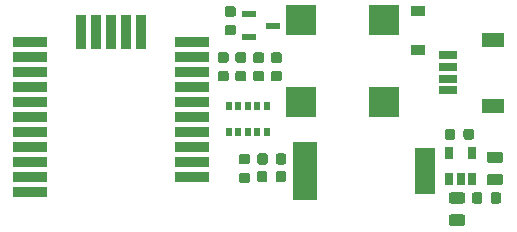
<source format=gbr>
G04 #@! TF.GenerationSoftware,KiCad,Pcbnew,(5.1.5)-3*
G04 #@! TF.CreationDate,2021-08-13T16:15:14-07:00*
G04 #@! TF.ProjectId,Xenigotchi-v1.5,58656e69-676f-4746-9368-692d76312e35,rev?*
G04 #@! TF.SameCoordinates,Original*
G04 #@! TF.FileFunction,Paste,Top*
G04 #@! TF.FilePolarity,Positive*
%FSLAX46Y46*%
G04 Gerber Fmt 4.6, Leading zero omitted, Abs format (unit mm)*
G04 Created by KiCad (PCBNEW (5.1.5)-3) date 2021-08-13 16:15:14*
%MOMM*%
%LPD*%
G04 APERTURE LIST*
%ADD10R,1.200000X0.900000*%
%ADD11R,0.650000X1.060000*%
%ADD12C,0.100000*%
%ADD13R,1.905000X1.295400*%
%ADD14R,1.549400X0.660400*%
%ADD15R,2.500000X2.500000*%
%ADD16R,1.300000X0.600000*%
%ADD17R,2.000000X5.000000*%
%ADD18R,1.700000X4.000000*%
%ADD19R,3.000000X0.900000*%
%ADD20R,0.900000X3.000000*%
%ADD21R,0.500000X0.800000*%
G04 APERTURE END LIST*
D10*
X181600000Y-97650000D03*
X181600000Y-100950000D03*
D11*
X184250000Y-109700000D03*
X186150000Y-109700000D03*
X186150000Y-111900000D03*
X185200000Y-111900000D03*
X184250000Y-111900000D03*
D12*
G36*
X186852691Y-113026053D02*
G01*
X186873926Y-113029203D01*
X186894750Y-113034419D01*
X186914962Y-113041651D01*
X186934368Y-113050830D01*
X186952781Y-113061866D01*
X186970024Y-113074654D01*
X186985930Y-113089070D01*
X187000346Y-113104976D01*
X187013134Y-113122219D01*
X187024170Y-113140632D01*
X187033349Y-113160038D01*
X187040581Y-113180250D01*
X187045797Y-113201074D01*
X187048947Y-113222309D01*
X187050000Y-113243750D01*
X187050000Y-113756250D01*
X187048947Y-113777691D01*
X187045797Y-113798926D01*
X187040581Y-113819750D01*
X187033349Y-113839962D01*
X187024170Y-113859368D01*
X187013134Y-113877781D01*
X187000346Y-113895024D01*
X186985930Y-113910930D01*
X186970024Y-113925346D01*
X186952781Y-113938134D01*
X186934368Y-113949170D01*
X186914962Y-113958349D01*
X186894750Y-113965581D01*
X186873926Y-113970797D01*
X186852691Y-113973947D01*
X186831250Y-113975000D01*
X186393750Y-113975000D01*
X186372309Y-113973947D01*
X186351074Y-113970797D01*
X186330250Y-113965581D01*
X186310038Y-113958349D01*
X186290632Y-113949170D01*
X186272219Y-113938134D01*
X186254976Y-113925346D01*
X186239070Y-113910930D01*
X186224654Y-113895024D01*
X186211866Y-113877781D01*
X186200830Y-113859368D01*
X186191651Y-113839962D01*
X186184419Y-113819750D01*
X186179203Y-113798926D01*
X186176053Y-113777691D01*
X186175000Y-113756250D01*
X186175000Y-113243750D01*
X186176053Y-113222309D01*
X186179203Y-113201074D01*
X186184419Y-113180250D01*
X186191651Y-113160038D01*
X186200830Y-113140632D01*
X186211866Y-113122219D01*
X186224654Y-113104976D01*
X186239070Y-113089070D01*
X186254976Y-113074654D01*
X186272219Y-113061866D01*
X186290632Y-113050830D01*
X186310038Y-113041651D01*
X186330250Y-113034419D01*
X186351074Y-113029203D01*
X186372309Y-113026053D01*
X186393750Y-113025000D01*
X186831250Y-113025000D01*
X186852691Y-113026053D01*
G37*
G36*
X188427691Y-113026053D02*
G01*
X188448926Y-113029203D01*
X188469750Y-113034419D01*
X188489962Y-113041651D01*
X188509368Y-113050830D01*
X188527781Y-113061866D01*
X188545024Y-113074654D01*
X188560930Y-113089070D01*
X188575346Y-113104976D01*
X188588134Y-113122219D01*
X188599170Y-113140632D01*
X188608349Y-113160038D01*
X188615581Y-113180250D01*
X188620797Y-113201074D01*
X188623947Y-113222309D01*
X188625000Y-113243750D01*
X188625000Y-113756250D01*
X188623947Y-113777691D01*
X188620797Y-113798926D01*
X188615581Y-113819750D01*
X188608349Y-113839962D01*
X188599170Y-113859368D01*
X188588134Y-113877781D01*
X188575346Y-113895024D01*
X188560930Y-113910930D01*
X188545024Y-113925346D01*
X188527781Y-113938134D01*
X188509368Y-113949170D01*
X188489962Y-113958349D01*
X188469750Y-113965581D01*
X188448926Y-113970797D01*
X188427691Y-113973947D01*
X188406250Y-113975000D01*
X187968750Y-113975000D01*
X187947309Y-113973947D01*
X187926074Y-113970797D01*
X187905250Y-113965581D01*
X187885038Y-113958349D01*
X187865632Y-113949170D01*
X187847219Y-113938134D01*
X187829976Y-113925346D01*
X187814070Y-113910930D01*
X187799654Y-113895024D01*
X187786866Y-113877781D01*
X187775830Y-113859368D01*
X187766651Y-113839962D01*
X187759419Y-113819750D01*
X187754203Y-113798926D01*
X187751053Y-113777691D01*
X187750000Y-113756250D01*
X187750000Y-113243750D01*
X187751053Y-113222309D01*
X187754203Y-113201074D01*
X187759419Y-113180250D01*
X187766651Y-113160038D01*
X187775830Y-113140632D01*
X187786866Y-113122219D01*
X187799654Y-113104976D01*
X187814070Y-113089070D01*
X187829976Y-113074654D01*
X187847219Y-113061866D01*
X187865632Y-113050830D01*
X187885038Y-113041651D01*
X187905250Y-113034419D01*
X187926074Y-113029203D01*
X187947309Y-113026053D01*
X187968750Y-113025000D01*
X188406250Y-113025000D01*
X188427691Y-113026053D01*
G37*
D13*
X187976501Y-105699999D03*
X187976501Y-100100001D03*
D14*
X184101500Y-101400000D03*
X184101500Y-102400001D03*
X184101500Y-103399999D03*
X184101500Y-104400000D03*
D15*
X178700000Y-98400000D03*
X178700000Y-105400000D03*
X171700000Y-105400000D03*
X171700000Y-98400000D03*
D16*
X169350000Y-98900000D03*
X167250000Y-97950000D03*
X167250000Y-99850000D03*
D12*
G36*
X168377691Y-101176053D02*
G01*
X168398926Y-101179203D01*
X168419750Y-101184419D01*
X168439962Y-101191651D01*
X168459368Y-101200830D01*
X168477781Y-101211866D01*
X168495024Y-101224654D01*
X168510930Y-101239070D01*
X168525346Y-101254976D01*
X168538134Y-101272219D01*
X168549170Y-101290632D01*
X168558349Y-101310038D01*
X168565581Y-101330250D01*
X168570797Y-101351074D01*
X168573947Y-101372309D01*
X168575000Y-101393750D01*
X168575000Y-101831250D01*
X168573947Y-101852691D01*
X168570797Y-101873926D01*
X168565581Y-101894750D01*
X168558349Y-101914962D01*
X168549170Y-101934368D01*
X168538134Y-101952781D01*
X168525346Y-101970024D01*
X168510930Y-101985930D01*
X168495024Y-102000346D01*
X168477781Y-102013134D01*
X168459368Y-102024170D01*
X168439962Y-102033349D01*
X168419750Y-102040581D01*
X168398926Y-102045797D01*
X168377691Y-102048947D01*
X168356250Y-102050000D01*
X167843750Y-102050000D01*
X167822309Y-102048947D01*
X167801074Y-102045797D01*
X167780250Y-102040581D01*
X167760038Y-102033349D01*
X167740632Y-102024170D01*
X167722219Y-102013134D01*
X167704976Y-102000346D01*
X167689070Y-101985930D01*
X167674654Y-101970024D01*
X167661866Y-101952781D01*
X167650830Y-101934368D01*
X167641651Y-101914962D01*
X167634419Y-101894750D01*
X167629203Y-101873926D01*
X167626053Y-101852691D01*
X167625000Y-101831250D01*
X167625000Y-101393750D01*
X167626053Y-101372309D01*
X167629203Y-101351074D01*
X167634419Y-101330250D01*
X167641651Y-101310038D01*
X167650830Y-101290632D01*
X167661866Y-101272219D01*
X167674654Y-101254976D01*
X167689070Y-101239070D01*
X167704976Y-101224654D01*
X167722219Y-101211866D01*
X167740632Y-101200830D01*
X167760038Y-101191651D01*
X167780250Y-101184419D01*
X167801074Y-101179203D01*
X167822309Y-101176053D01*
X167843750Y-101175000D01*
X168356250Y-101175000D01*
X168377691Y-101176053D01*
G37*
G36*
X168377691Y-102751053D02*
G01*
X168398926Y-102754203D01*
X168419750Y-102759419D01*
X168439962Y-102766651D01*
X168459368Y-102775830D01*
X168477781Y-102786866D01*
X168495024Y-102799654D01*
X168510930Y-102814070D01*
X168525346Y-102829976D01*
X168538134Y-102847219D01*
X168549170Y-102865632D01*
X168558349Y-102885038D01*
X168565581Y-102905250D01*
X168570797Y-102926074D01*
X168573947Y-102947309D01*
X168575000Y-102968750D01*
X168575000Y-103406250D01*
X168573947Y-103427691D01*
X168570797Y-103448926D01*
X168565581Y-103469750D01*
X168558349Y-103489962D01*
X168549170Y-103509368D01*
X168538134Y-103527781D01*
X168525346Y-103545024D01*
X168510930Y-103560930D01*
X168495024Y-103575346D01*
X168477781Y-103588134D01*
X168459368Y-103599170D01*
X168439962Y-103608349D01*
X168419750Y-103615581D01*
X168398926Y-103620797D01*
X168377691Y-103623947D01*
X168356250Y-103625000D01*
X167843750Y-103625000D01*
X167822309Y-103623947D01*
X167801074Y-103620797D01*
X167780250Y-103615581D01*
X167760038Y-103608349D01*
X167740632Y-103599170D01*
X167722219Y-103588134D01*
X167704976Y-103575346D01*
X167689070Y-103560930D01*
X167674654Y-103545024D01*
X167661866Y-103527781D01*
X167650830Y-103509368D01*
X167641651Y-103489962D01*
X167634419Y-103469750D01*
X167629203Y-103448926D01*
X167626053Y-103427691D01*
X167625000Y-103406250D01*
X167625000Y-102968750D01*
X167626053Y-102947309D01*
X167629203Y-102926074D01*
X167634419Y-102905250D01*
X167641651Y-102885038D01*
X167650830Y-102865632D01*
X167661866Y-102847219D01*
X167674654Y-102829976D01*
X167689070Y-102814070D01*
X167704976Y-102799654D01*
X167722219Y-102786866D01*
X167740632Y-102775830D01*
X167760038Y-102766651D01*
X167780250Y-102759419D01*
X167801074Y-102754203D01*
X167822309Y-102751053D01*
X167843750Y-102750000D01*
X168356250Y-102750000D01*
X168377691Y-102751053D01*
G37*
D17*
X172025000Y-111200000D03*
D18*
X182175000Y-111200000D03*
D19*
X148750000Y-113025000D03*
X148750000Y-111755000D03*
X148750000Y-110485000D03*
X148750000Y-109215000D03*
X148750000Y-107945000D03*
X148750000Y-106675000D03*
X148750000Y-105405000D03*
X148750000Y-104135000D03*
X148750000Y-102865000D03*
X148750000Y-101595000D03*
X148750000Y-100325000D03*
D20*
X158140000Y-99425000D03*
X156870000Y-99425000D03*
X153060000Y-99425000D03*
X154330000Y-99425000D03*
D19*
X162450000Y-111755000D03*
X162450000Y-110485000D03*
X162450000Y-109215000D03*
X162450000Y-107945000D03*
X162450000Y-106675000D03*
X162450000Y-105405000D03*
X162450000Y-104135000D03*
X162450000Y-102865000D03*
X162450000Y-101595000D03*
X162450000Y-100325000D03*
D20*
X155600000Y-99425000D03*
D21*
X168800000Y-105700000D03*
X168000000Y-105700000D03*
X167200000Y-105700000D03*
X166400000Y-105700000D03*
X165600000Y-105700000D03*
X165600000Y-107900000D03*
X166400000Y-107900000D03*
X167200000Y-107900000D03*
X168000000Y-107900000D03*
X168800000Y-107900000D03*
D12*
G36*
X166877691Y-102751053D02*
G01*
X166898926Y-102754203D01*
X166919750Y-102759419D01*
X166939962Y-102766651D01*
X166959368Y-102775830D01*
X166977781Y-102786866D01*
X166995024Y-102799654D01*
X167010930Y-102814070D01*
X167025346Y-102829976D01*
X167038134Y-102847219D01*
X167049170Y-102865632D01*
X167058349Y-102885038D01*
X167065581Y-102905250D01*
X167070797Y-102926074D01*
X167073947Y-102947309D01*
X167075000Y-102968750D01*
X167075000Y-103406250D01*
X167073947Y-103427691D01*
X167070797Y-103448926D01*
X167065581Y-103469750D01*
X167058349Y-103489962D01*
X167049170Y-103509368D01*
X167038134Y-103527781D01*
X167025346Y-103545024D01*
X167010930Y-103560930D01*
X166995024Y-103575346D01*
X166977781Y-103588134D01*
X166959368Y-103599170D01*
X166939962Y-103608349D01*
X166919750Y-103615581D01*
X166898926Y-103620797D01*
X166877691Y-103623947D01*
X166856250Y-103625000D01*
X166343750Y-103625000D01*
X166322309Y-103623947D01*
X166301074Y-103620797D01*
X166280250Y-103615581D01*
X166260038Y-103608349D01*
X166240632Y-103599170D01*
X166222219Y-103588134D01*
X166204976Y-103575346D01*
X166189070Y-103560930D01*
X166174654Y-103545024D01*
X166161866Y-103527781D01*
X166150830Y-103509368D01*
X166141651Y-103489962D01*
X166134419Y-103469750D01*
X166129203Y-103448926D01*
X166126053Y-103427691D01*
X166125000Y-103406250D01*
X166125000Y-102968750D01*
X166126053Y-102947309D01*
X166129203Y-102926074D01*
X166134419Y-102905250D01*
X166141651Y-102885038D01*
X166150830Y-102865632D01*
X166161866Y-102847219D01*
X166174654Y-102829976D01*
X166189070Y-102814070D01*
X166204976Y-102799654D01*
X166222219Y-102786866D01*
X166240632Y-102775830D01*
X166260038Y-102766651D01*
X166280250Y-102759419D01*
X166301074Y-102754203D01*
X166322309Y-102751053D01*
X166343750Y-102750000D01*
X166856250Y-102750000D01*
X166877691Y-102751053D01*
G37*
G36*
X166877691Y-101176053D02*
G01*
X166898926Y-101179203D01*
X166919750Y-101184419D01*
X166939962Y-101191651D01*
X166959368Y-101200830D01*
X166977781Y-101211866D01*
X166995024Y-101224654D01*
X167010930Y-101239070D01*
X167025346Y-101254976D01*
X167038134Y-101272219D01*
X167049170Y-101290632D01*
X167058349Y-101310038D01*
X167065581Y-101330250D01*
X167070797Y-101351074D01*
X167073947Y-101372309D01*
X167075000Y-101393750D01*
X167075000Y-101831250D01*
X167073947Y-101852691D01*
X167070797Y-101873926D01*
X167065581Y-101894750D01*
X167058349Y-101914962D01*
X167049170Y-101934368D01*
X167038134Y-101952781D01*
X167025346Y-101970024D01*
X167010930Y-101985930D01*
X166995024Y-102000346D01*
X166977781Y-102013134D01*
X166959368Y-102024170D01*
X166939962Y-102033349D01*
X166919750Y-102040581D01*
X166898926Y-102045797D01*
X166877691Y-102048947D01*
X166856250Y-102050000D01*
X166343750Y-102050000D01*
X166322309Y-102048947D01*
X166301074Y-102045797D01*
X166280250Y-102040581D01*
X166260038Y-102033349D01*
X166240632Y-102024170D01*
X166222219Y-102013134D01*
X166204976Y-102000346D01*
X166189070Y-101985930D01*
X166174654Y-101970024D01*
X166161866Y-101952781D01*
X166150830Y-101934368D01*
X166141651Y-101914962D01*
X166134419Y-101894750D01*
X166129203Y-101873926D01*
X166126053Y-101852691D01*
X166125000Y-101831250D01*
X166125000Y-101393750D01*
X166126053Y-101372309D01*
X166129203Y-101351074D01*
X166134419Y-101330250D01*
X166141651Y-101310038D01*
X166150830Y-101290632D01*
X166161866Y-101272219D01*
X166174654Y-101254976D01*
X166189070Y-101239070D01*
X166204976Y-101224654D01*
X166222219Y-101211866D01*
X166240632Y-101200830D01*
X166260038Y-101191651D01*
X166280250Y-101184419D01*
X166301074Y-101179203D01*
X166322309Y-101176053D01*
X166343750Y-101175000D01*
X166856250Y-101175000D01*
X166877691Y-101176053D01*
G37*
G36*
X185380142Y-114888674D02*
G01*
X185403803Y-114892184D01*
X185427007Y-114897996D01*
X185449529Y-114906054D01*
X185471153Y-114916282D01*
X185491670Y-114928579D01*
X185510883Y-114942829D01*
X185528607Y-114958893D01*
X185544671Y-114976617D01*
X185558921Y-114995830D01*
X185571218Y-115016347D01*
X185581446Y-115037971D01*
X185589504Y-115060493D01*
X185595316Y-115083697D01*
X185598826Y-115107358D01*
X185600000Y-115131250D01*
X185600000Y-115618750D01*
X185598826Y-115642642D01*
X185595316Y-115666303D01*
X185589504Y-115689507D01*
X185581446Y-115712029D01*
X185571218Y-115733653D01*
X185558921Y-115754170D01*
X185544671Y-115773383D01*
X185528607Y-115791107D01*
X185510883Y-115807171D01*
X185491670Y-115821421D01*
X185471153Y-115833718D01*
X185449529Y-115843946D01*
X185427007Y-115852004D01*
X185403803Y-115857816D01*
X185380142Y-115861326D01*
X185356250Y-115862500D01*
X184443750Y-115862500D01*
X184419858Y-115861326D01*
X184396197Y-115857816D01*
X184372993Y-115852004D01*
X184350471Y-115843946D01*
X184328847Y-115833718D01*
X184308330Y-115821421D01*
X184289117Y-115807171D01*
X184271393Y-115791107D01*
X184255329Y-115773383D01*
X184241079Y-115754170D01*
X184228782Y-115733653D01*
X184218554Y-115712029D01*
X184210496Y-115689507D01*
X184204684Y-115666303D01*
X184201174Y-115642642D01*
X184200000Y-115618750D01*
X184200000Y-115131250D01*
X184201174Y-115107358D01*
X184204684Y-115083697D01*
X184210496Y-115060493D01*
X184218554Y-115037971D01*
X184228782Y-115016347D01*
X184241079Y-114995830D01*
X184255329Y-114976617D01*
X184271393Y-114958893D01*
X184289117Y-114942829D01*
X184308330Y-114928579D01*
X184328847Y-114916282D01*
X184350471Y-114906054D01*
X184372993Y-114897996D01*
X184396197Y-114892184D01*
X184419858Y-114888674D01*
X184443750Y-114887500D01*
X185356250Y-114887500D01*
X185380142Y-114888674D01*
G37*
G36*
X185380142Y-113013674D02*
G01*
X185403803Y-113017184D01*
X185427007Y-113022996D01*
X185449529Y-113031054D01*
X185471153Y-113041282D01*
X185491670Y-113053579D01*
X185510883Y-113067829D01*
X185528607Y-113083893D01*
X185544671Y-113101617D01*
X185558921Y-113120830D01*
X185571218Y-113141347D01*
X185581446Y-113162971D01*
X185589504Y-113185493D01*
X185595316Y-113208697D01*
X185598826Y-113232358D01*
X185600000Y-113256250D01*
X185600000Y-113743750D01*
X185598826Y-113767642D01*
X185595316Y-113791303D01*
X185589504Y-113814507D01*
X185581446Y-113837029D01*
X185571218Y-113858653D01*
X185558921Y-113879170D01*
X185544671Y-113898383D01*
X185528607Y-113916107D01*
X185510883Y-113932171D01*
X185491670Y-113946421D01*
X185471153Y-113958718D01*
X185449529Y-113968946D01*
X185427007Y-113977004D01*
X185403803Y-113982816D01*
X185380142Y-113986326D01*
X185356250Y-113987500D01*
X184443750Y-113987500D01*
X184419858Y-113986326D01*
X184396197Y-113982816D01*
X184372993Y-113977004D01*
X184350471Y-113968946D01*
X184328847Y-113958718D01*
X184308330Y-113946421D01*
X184289117Y-113932171D01*
X184271393Y-113916107D01*
X184255329Y-113898383D01*
X184241079Y-113879170D01*
X184228782Y-113858653D01*
X184218554Y-113837029D01*
X184210496Y-113814507D01*
X184204684Y-113791303D01*
X184201174Y-113767642D01*
X184200000Y-113743750D01*
X184200000Y-113256250D01*
X184201174Y-113232358D01*
X184204684Y-113208697D01*
X184210496Y-113185493D01*
X184218554Y-113162971D01*
X184228782Y-113141347D01*
X184241079Y-113120830D01*
X184255329Y-113101617D01*
X184271393Y-113083893D01*
X184289117Y-113067829D01*
X184308330Y-113053579D01*
X184328847Y-113041282D01*
X184350471Y-113031054D01*
X184372993Y-113022996D01*
X184396197Y-113017184D01*
X184419858Y-113013674D01*
X184443750Y-113012500D01*
X185356250Y-113012500D01*
X185380142Y-113013674D01*
G37*
G36*
X188580142Y-109576174D02*
G01*
X188603803Y-109579684D01*
X188627007Y-109585496D01*
X188649529Y-109593554D01*
X188671153Y-109603782D01*
X188691670Y-109616079D01*
X188710883Y-109630329D01*
X188728607Y-109646393D01*
X188744671Y-109664117D01*
X188758921Y-109683330D01*
X188771218Y-109703847D01*
X188781446Y-109725471D01*
X188789504Y-109747993D01*
X188795316Y-109771197D01*
X188798826Y-109794858D01*
X188800000Y-109818750D01*
X188800000Y-110306250D01*
X188798826Y-110330142D01*
X188795316Y-110353803D01*
X188789504Y-110377007D01*
X188781446Y-110399529D01*
X188771218Y-110421153D01*
X188758921Y-110441670D01*
X188744671Y-110460883D01*
X188728607Y-110478607D01*
X188710883Y-110494671D01*
X188691670Y-110508921D01*
X188671153Y-110521218D01*
X188649529Y-110531446D01*
X188627007Y-110539504D01*
X188603803Y-110545316D01*
X188580142Y-110548826D01*
X188556250Y-110550000D01*
X187643750Y-110550000D01*
X187619858Y-110548826D01*
X187596197Y-110545316D01*
X187572993Y-110539504D01*
X187550471Y-110531446D01*
X187528847Y-110521218D01*
X187508330Y-110508921D01*
X187489117Y-110494671D01*
X187471393Y-110478607D01*
X187455329Y-110460883D01*
X187441079Y-110441670D01*
X187428782Y-110421153D01*
X187418554Y-110399529D01*
X187410496Y-110377007D01*
X187404684Y-110353803D01*
X187401174Y-110330142D01*
X187400000Y-110306250D01*
X187400000Y-109818750D01*
X187401174Y-109794858D01*
X187404684Y-109771197D01*
X187410496Y-109747993D01*
X187418554Y-109725471D01*
X187428782Y-109703847D01*
X187441079Y-109683330D01*
X187455329Y-109664117D01*
X187471393Y-109646393D01*
X187489117Y-109630329D01*
X187508330Y-109616079D01*
X187528847Y-109603782D01*
X187550471Y-109593554D01*
X187572993Y-109585496D01*
X187596197Y-109579684D01*
X187619858Y-109576174D01*
X187643750Y-109575000D01*
X188556250Y-109575000D01*
X188580142Y-109576174D01*
G37*
G36*
X188580142Y-111451174D02*
G01*
X188603803Y-111454684D01*
X188627007Y-111460496D01*
X188649529Y-111468554D01*
X188671153Y-111478782D01*
X188691670Y-111491079D01*
X188710883Y-111505329D01*
X188728607Y-111521393D01*
X188744671Y-111539117D01*
X188758921Y-111558330D01*
X188771218Y-111578847D01*
X188781446Y-111600471D01*
X188789504Y-111622993D01*
X188795316Y-111646197D01*
X188798826Y-111669858D01*
X188800000Y-111693750D01*
X188800000Y-112181250D01*
X188798826Y-112205142D01*
X188795316Y-112228803D01*
X188789504Y-112252007D01*
X188781446Y-112274529D01*
X188771218Y-112296153D01*
X188758921Y-112316670D01*
X188744671Y-112335883D01*
X188728607Y-112353607D01*
X188710883Y-112369671D01*
X188691670Y-112383921D01*
X188671153Y-112396218D01*
X188649529Y-112406446D01*
X188627007Y-112414504D01*
X188603803Y-112420316D01*
X188580142Y-112423826D01*
X188556250Y-112425000D01*
X187643750Y-112425000D01*
X187619858Y-112423826D01*
X187596197Y-112420316D01*
X187572993Y-112414504D01*
X187550471Y-112406446D01*
X187528847Y-112396218D01*
X187508330Y-112383921D01*
X187489117Y-112369671D01*
X187471393Y-112353607D01*
X187455329Y-112335883D01*
X187441079Y-112316670D01*
X187428782Y-112296153D01*
X187418554Y-112274529D01*
X187410496Y-112252007D01*
X187404684Y-112228803D01*
X187401174Y-112205142D01*
X187400000Y-112181250D01*
X187400000Y-111693750D01*
X187401174Y-111669858D01*
X187404684Y-111646197D01*
X187410496Y-111622993D01*
X187418554Y-111600471D01*
X187428782Y-111578847D01*
X187441079Y-111558330D01*
X187455329Y-111539117D01*
X187471393Y-111521393D01*
X187489117Y-111505329D01*
X187508330Y-111491079D01*
X187528847Y-111478782D01*
X187550471Y-111468554D01*
X187572993Y-111460496D01*
X187596197Y-111454684D01*
X187619858Y-111451174D01*
X187643750Y-111450000D01*
X188556250Y-111450000D01*
X188580142Y-111451174D01*
G37*
G36*
X170240191Y-109726053D02*
G01*
X170261426Y-109729203D01*
X170282250Y-109734419D01*
X170302462Y-109741651D01*
X170321868Y-109750830D01*
X170340281Y-109761866D01*
X170357524Y-109774654D01*
X170373430Y-109789070D01*
X170387846Y-109804976D01*
X170400634Y-109822219D01*
X170411670Y-109840632D01*
X170420849Y-109860038D01*
X170428081Y-109880250D01*
X170433297Y-109901074D01*
X170436447Y-109922309D01*
X170437500Y-109943750D01*
X170437500Y-110456250D01*
X170436447Y-110477691D01*
X170433297Y-110498926D01*
X170428081Y-110519750D01*
X170420849Y-110539962D01*
X170411670Y-110559368D01*
X170400634Y-110577781D01*
X170387846Y-110595024D01*
X170373430Y-110610930D01*
X170357524Y-110625346D01*
X170340281Y-110638134D01*
X170321868Y-110649170D01*
X170302462Y-110658349D01*
X170282250Y-110665581D01*
X170261426Y-110670797D01*
X170240191Y-110673947D01*
X170218750Y-110675000D01*
X169781250Y-110675000D01*
X169759809Y-110673947D01*
X169738574Y-110670797D01*
X169717750Y-110665581D01*
X169697538Y-110658349D01*
X169678132Y-110649170D01*
X169659719Y-110638134D01*
X169642476Y-110625346D01*
X169626570Y-110610930D01*
X169612154Y-110595024D01*
X169599366Y-110577781D01*
X169588330Y-110559368D01*
X169579151Y-110539962D01*
X169571919Y-110519750D01*
X169566703Y-110498926D01*
X169563553Y-110477691D01*
X169562500Y-110456250D01*
X169562500Y-109943750D01*
X169563553Y-109922309D01*
X169566703Y-109901074D01*
X169571919Y-109880250D01*
X169579151Y-109860038D01*
X169588330Y-109840632D01*
X169599366Y-109822219D01*
X169612154Y-109804976D01*
X169626570Y-109789070D01*
X169642476Y-109774654D01*
X169659719Y-109761866D01*
X169678132Y-109750830D01*
X169697538Y-109741651D01*
X169717750Y-109734419D01*
X169738574Y-109729203D01*
X169759809Y-109726053D01*
X169781250Y-109725000D01*
X170218750Y-109725000D01*
X170240191Y-109726053D01*
G37*
G36*
X168665191Y-109726053D02*
G01*
X168686426Y-109729203D01*
X168707250Y-109734419D01*
X168727462Y-109741651D01*
X168746868Y-109750830D01*
X168765281Y-109761866D01*
X168782524Y-109774654D01*
X168798430Y-109789070D01*
X168812846Y-109804976D01*
X168825634Y-109822219D01*
X168836670Y-109840632D01*
X168845849Y-109860038D01*
X168853081Y-109880250D01*
X168858297Y-109901074D01*
X168861447Y-109922309D01*
X168862500Y-109943750D01*
X168862500Y-110456250D01*
X168861447Y-110477691D01*
X168858297Y-110498926D01*
X168853081Y-110519750D01*
X168845849Y-110539962D01*
X168836670Y-110559368D01*
X168825634Y-110577781D01*
X168812846Y-110595024D01*
X168798430Y-110610930D01*
X168782524Y-110625346D01*
X168765281Y-110638134D01*
X168746868Y-110649170D01*
X168727462Y-110658349D01*
X168707250Y-110665581D01*
X168686426Y-110670797D01*
X168665191Y-110673947D01*
X168643750Y-110675000D01*
X168206250Y-110675000D01*
X168184809Y-110673947D01*
X168163574Y-110670797D01*
X168142750Y-110665581D01*
X168122538Y-110658349D01*
X168103132Y-110649170D01*
X168084719Y-110638134D01*
X168067476Y-110625346D01*
X168051570Y-110610930D01*
X168037154Y-110595024D01*
X168024366Y-110577781D01*
X168013330Y-110559368D01*
X168004151Y-110539962D01*
X167996919Y-110519750D01*
X167991703Y-110498926D01*
X167988553Y-110477691D01*
X167987500Y-110456250D01*
X167987500Y-109943750D01*
X167988553Y-109922309D01*
X167991703Y-109901074D01*
X167996919Y-109880250D01*
X168004151Y-109860038D01*
X168013330Y-109840632D01*
X168024366Y-109822219D01*
X168037154Y-109804976D01*
X168051570Y-109789070D01*
X168067476Y-109774654D01*
X168084719Y-109761866D01*
X168103132Y-109750830D01*
X168122538Y-109741651D01*
X168142750Y-109734419D01*
X168163574Y-109729203D01*
X168184809Y-109726053D01*
X168206250Y-109725000D01*
X168643750Y-109725000D01*
X168665191Y-109726053D01*
G37*
G36*
X165977691Y-98851053D02*
G01*
X165998926Y-98854203D01*
X166019750Y-98859419D01*
X166039962Y-98866651D01*
X166059368Y-98875830D01*
X166077781Y-98886866D01*
X166095024Y-98899654D01*
X166110930Y-98914070D01*
X166125346Y-98929976D01*
X166138134Y-98947219D01*
X166149170Y-98965632D01*
X166158349Y-98985038D01*
X166165581Y-99005250D01*
X166170797Y-99026074D01*
X166173947Y-99047309D01*
X166175000Y-99068750D01*
X166175000Y-99506250D01*
X166173947Y-99527691D01*
X166170797Y-99548926D01*
X166165581Y-99569750D01*
X166158349Y-99589962D01*
X166149170Y-99609368D01*
X166138134Y-99627781D01*
X166125346Y-99645024D01*
X166110930Y-99660930D01*
X166095024Y-99675346D01*
X166077781Y-99688134D01*
X166059368Y-99699170D01*
X166039962Y-99708349D01*
X166019750Y-99715581D01*
X165998926Y-99720797D01*
X165977691Y-99723947D01*
X165956250Y-99725000D01*
X165443750Y-99725000D01*
X165422309Y-99723947D01*
X165401074Y-99720797D01*
X165380250Y-99715581D01*
X165360038Y-99708349D01*
X165340632Y-99699170D01*
X165322219Y-99688134D01*
X165304976Y-99675346D01*
X165289070Y-99660930D01*
X165274654Y-99645024D01*
X165261866Y-99627781D01*
X165250830Y-99609368D01*
X165241651Y-99589962D01*
X165234419Y-99569750D01*
X165229203Y-99548926D01*
X165226053Y-99527691D01*
X165225000Y-99506250D01*
X165225000Y-99068750D01*
X165226053Y-99047309D01*
X165229203Y-99026074D01*
X165234419Y-99005250D01*
X165241651Y-98985038D01*
X165250830Y-98965632D01*
X165261866Y-98947219D01*
X165274654Y-98929976D01*
X165289070Y-98914070D01*
X165304976Y-98899654D01*
X165322219Y-98886866D01*
X165340632Y-98875830D01*
X165360038Y-98866651D01*
X165380250Y-98859419D01*
X165401074Y-98854203D01*
X165422309Y-98851053D01*
X165443750Y-98850000D01*
X165956250Y-98850000D01*
X165977691Y-98851053D01*
G37*
G36*
X165977691Y-97276053D02*
G01*
X165998926Y-97279203D01*
X166019750Y-97284419D01*
X166039962Y-97291651D01*
X166059368Y-97300830D01*
X166077781Y-97311866D01*
X166095024Y-97324654D01*
X166110930Y-97339070D01*
X166125346Y-97354976D01*
X166138134Y-97372219D01*
X166149170Y-97390632D01*
X166158349Y-97410038D01*
X166165581Y-97430250D01*
X166170797Y-97451074D01*
X166173947Y-97472309D01*
X166175000Y-97493750D01*
X166175000Y-97931250D01*
X166173947Y-97952691D01*
X166170797Y-97973926D01*
X166165581Y-97994750D01*
X166158349Y-98014962D01*
X166149170Y-98034368D01*
X166138134Y-98052781D01*
X166125346Y-98070024D01*
X166110930Y-98085930D01*
X166095024Y-98100346D01*
X166077781Y-98113134D01*
X166059368Y-98124170D01*
X166039962Y-98133349D01*
X166019750Y-98140581D01*
X165998926Y-98145797D01*
X165977691Y-98148947D01*
X165956250Y-98150000D01*
X165443750Y-98150000D01*
X165422309Y-98148947D01*
X165401074Y-98145797D01*
X165380250Y-98140581D01*
X165360038Y-98133349D01*
X165340632Y-98124170D01*
X165322219Y-98113134D01*
X165304976Y-98100346D01*
X165289070Y-98085930D01*
X165274654Y-98070024D01*
X165261866Y-98052781D01*
X165250830Y-98034368D01*
X165241651Y-98014962D01*
X165234419Y-97994750D01*
X165229203Y-97973926D01*
X165226053Y-97952691D01*
X165225000Y-97931250D01*
X165225000Y-97493750D01*
X165226053Y-97472309D01*
X165229203Y-97451074D01*
X165234419Y-97430250D01*
X165241651Y-97410038D01*
X165250830Y-97390632D01*
X165261866Y-97372219D01*
X165274654Y-97354976D01*
X165289070Y-97339070D01*
X165304976Y-97324654D01*
X165322219Y-97311866D01*
X165340632Y-97300830D01*
X165360038Y-97291651D01*
X165380250Y-97284419D01*
X165401074Y-97279203D01*
X165422309Y-97276053D01*
X165443750Y-97275000D01*
X165956250Y-97275000D01*
X165977691Y-97276053D01*
G37*
G36*
X169877691Y-101176053D02*
G01*
X169898926Y-101179203D01*
X169919750Y-101184419D01*
X169939962Y-101191651D01*
X169959368Y-101200830D01*
X169977781Y-101211866D01*
X169995024Y-101224654D01*
X170010930Y-101239070D01*
X170025346Y-101254976D01*
X170038134Y-101272219D01*
X170049170Y-101290632D01*
X170058349Y-101310038D01*
X170065581Y-101330250D01*
X170070797Y-101351074D01*
X170073947Y-101372309D01*
X170075000Y-101393750D01*
X170075000Y-101831250D01*
X170073947Y-101852691D01*
X170070797Y-101873926D01*
X170065581Y-101894750D01*
X170058349Y-101914962D01*
X170049170Y-101934368D01*
X170038134Y-101952781D01*
X170025346Y-101970024D01*
X170010930Y-101985930D01*
X169995024Y-102000346D01*
X169977781Y-102013134D01*
X169959368Y-102024170D01*
X169939962Y-102033349D01*
X169919750Y-102040581D01*
X169898926Y-102045797D01*
X169877691Y-102048947D01*
X169856250Y-102050000D01*
X169343750Y-102050000D01*
X169322309Y-102048947D01*
X169301074Y-102045797D01*
X169280250Y-102040581D01*
X169260038Y-102033349D01*
X169240632Y-102024170D01*
X169222219Y-102013134D01*
X169204976Y-102000346D01*
X169189070Y-101985930D01*
X169174654Y-101970024D01*
X169161866Y-101952781D01*
X169150830Y-101934368D01*
X169141651Y-101914962D01*
X169134419Y-101894750D01*
X169129203Y-101873926D01*
X169126053Y-101852691D01*
X169125000Y-101831250D01*
X169125000Y-101393750D01*
X169126053Y-101372309D01*
X169129203Y-101351074D01*
X169134419Y-101330250D01*
X169141651Y-101310038D01*
X169150830Y-101290632D01*
X169161866Y-101272219D01*
X169174654Y-101254976D01*
X169189070Y-101239070D01*
X169204976Y-101224654D01*
X169222219Y-101211866D01*
X169240632Y-101200830D01*
X169260038Y-101191651D01*
X169280250Y-101184419D01*
X169301074Y-101179203D01*
X169322309Y-101176053D01*
X169343750Y-101175000D01*
X169856250Y-101175000D01*
X169877691Y-101176053D01*
G37*
G36*
X169877691Y-102751053D02*
G01*
X169898926Y-102754203D01*
X169919750Y-102759419D01*
X169939962Y-102766651D01*
X169959368Y-102775830D01*
X169977781Y-102786866D01*
X169995024Y-102799654D01*
X170010930Y-102814070D01*
X170025346Y-102829976D01*
X170038134Y-102847219D01*
X170049170Y-102865632D01*
X170058349Y-102885038D01*
X170065581Y-102905250D01*
X170070797Y-102926074D01*
X170073947Y-102947309D01*
X170075000Y-102968750D01*
X170075000Y-103406250D01*
X170073947Y-103427691D01*
X170070797Y-103448926D01*
X170065581Y-103469750D01*
X170058349Y-103489962D01*
X170049170Y-103509368D01*
X170038134Y-103527781D01*
X170025346Y-103545024D01*
X170010930Y-103560930D01*
X169995024Y-103575346D01*
X169977781Y-103588134D01*
X169959368Y-103599170D01*
X169939962Y-103608349D01*
X169919750Y-103615581D01*
X169898926Y-103620797D01*
X169877691Y-103623947D01*
X169856250Y-103625000D01*
X169343750Y-103625000D01*
X169322309Y-103623947D01*
X169301074Y-103620797D01*
X169280250Y-103615581D01*
X169260038Y-103608349D01*
X169240632Y-103599170D01*
X169222219Y-103588134D01*
X169204976Y-103575346D01*
X169189070Y-103560930D01*
X169174654Y-103545024D01*
X169161866Y-103527781D01*
X169150830Y-103509368D01*
X169141651Y-103489962D01*
X169134419Y-103469750D01*
X169129203Y-103448926D01*
X169126053Y-103427691D01*
X169125000Y-103406250D01*
X169125000Y-102968750D01*
X169126053Y-102947309D01*
X169129203Y-102926074D01*
X169134419Y-102905250D01*
X169141651Y-102885038D01*
X169150830Y-102865632D01*
X169161866Y-102847219D01*
X169174654Y-102829976D01*
X169189070Y-102814070D01*
X169204976Y-102799654D01*
X169222219Y-102786866D01*
X169240632Y-102775830D01*
X169260038Y-102766651D01*
X169280250Y-102759419D01*
X169301074Y-102754203D01*
X169322309Y-102751053D01*
X169343750Y-102750000D01*
X169856250Y-102750000D01*
X169877691Y-102751053D01*
G37*
G36*
X167177691Y-111351053D02*
G01*
X167198926Y-111354203D01*
X167219750Y-111359419D01*
X167239962Y-111366651D01*
X167259368Y-111375830D01*
X167277781Y-111386866D01*
X167295024Y-111399654D01*
X167310930Y-111414070D01*
X167325346Y-111429976D01*
X167338134Y-111447219D01*
X167349170Y-111465632D01*
X167358349Y-111485038D01*
X167365581Y-111505250D01*
X167370797Y-111526074D01*
X167373947Y-111547309D01*
X167375000Y-111568750D01*
X167375000Y-112006250D01*
X167373947Y-112027691D01*
X167370797Y-112048926D01*
X167365581Y-112069750D01*
X167358349Y-112089962D01*
X167349170Y-112109368D01*
X167338134Y-112127781D01*
X167325346Y-112145024D01*
X167310930Y-112160930D01*
X167295024Y-112175346D01*
X167277781Y-112188134D01*
X167259368Y-112199170D01*
X167239962Y-112208349D01*
X167219750Y-112215581D01*
X167198926Y-112220797D01*
X167177691Y-112223947D01*
X167156250Y-112225000D01*
X166643750Y-112225000D01*
X166622309Y-112223947D01*
X166601074Y-112220797D01*
X166580250Y-112215581D01*
X166560038Y-112208349D01*
X166540632Y-112199170D01*
X166522219Y-112188134D01*
X166504976Y-112175346D01*
X166489070Y-112160930D01*
X166474654Y-112145024D01*
X166461866Y-112127781D01*
X166450830Y-112109368D01*
X166441651Y-112089962D01*
X166434419Y-112069750D01*
X166429203Y-112048926D01*
X166426053Y-112027691D01*
X166425000Y-112006250D01*
X166425000Y-111568750D01*
X166426053Y-111547309D01*
X166429203Y-111526074D01*
X166434419Y-111505250D01*
X166441651Y-111485038D01*
X166450830Y-111465632D01*
X166461866Y-111447219D01*
X166474654Y-111429976D01*
X166489070Y-111414070D01*
X166504976Y-111399654D01*
X166522219Y-111386866D01*
X166540632Y-111375830D01*
X166560038Y-111366651D01*
X166580250Y-111359419D01*
X166601074Y-111354203D01*
X166622309Y-111351053D01*
X166643750Y-111350000D01*
X167156250Y-111350000D01*
X167177691Y-111351053D01*
G37*
G36*
X167177691Y-109776053D02*
G01*
X167198926Y-109779203D01*
X167219750Y-109784419D01*
X167239962Y-109791651D01*
X167259368Y-109800830D01*
X167277781Y-109811866D01*
X167295024Y-109824654D01*
X167310930Y-109839070D01*
X167325346Y-109854976D01*
X167338134Y-109872219D01*
X167349170Y-109890632D01*
X167358349Y-109910038D01*
X167365581Y-109930250D01*
X167370797Y-109951074D01*
X167373947Y-109972309D01*
X167375000Y-109993750D01*
X167375000Y-110431250D01*
X167373947Y-110452691D01*
X167370797Y-110473926D01*
X167365581Y-110494750D01*
X167358349Y-110514962D01*
X167349170Y-110534368D01*
X167338134Y-110552781D01*
X167325346Y-110570024D01*
X167310930Y-110585930D01*
X167295024Y-110600346D01*
X167277781Y-110613134D01*
X167259368Y-110624170D01*
X167239962Y-110633349D01*
X167219750Y-110640581D01*
X167198926Y-110645797D01*
X167177691Y-110648947D01*
X167156250Y-110650000D01*
X166643750Y-110650000D01*
X166622309Y-110648947D01*
X166601074Y-110645797D01*
X166580250Y-110640581D01*
X166560038Y-110633349D01*
X166540632Y-110624170D01*
X166522219Y-110613134D01*
X166504976Y-110600346D01*
X166489070Y-110585930D01*
X166474654Y-110570024D01*
X166461866Y-110552781D01*
X166450830Y-110534368D01*
X166441651Y-110514962D01*
X166434419Y-110494750D01*
X166429203Y-110473926D01*
X166426053Y-110452691D01*
X166425000Y-110431250D01*
X166425000Y-109993750D01*
X166426053Y-109972309D01*
X166429203Y-109951074D01*
X166434419Y-109930250D01*
X166441651Y-109910038D01*
X166450830Y-109890632D01*
X166461866Y-109872219D01*
X166474654Y-109854976D01*
X166489070Y-109839070D01*
X166504976Y-109824654D01*
X166522219Y-109811866D01*
X166540632Y-109800830D01*
X166560038Y-109791651D01*
X166580250Y-109784419D01*
X166601074Y-109779203D01*
X166622309Y-109776053D01*
X166643750Y-109775000D01*
X167156250Y-109775000D01*
X167177691Y-109776053D01*
G37*
G36*
X186127691Y-107626053D02*
G01*
X186148926Y-107629203D01*
X186169750Y-107634419D01*
X186189962Y-107641651D01*
X186209368Y-107650830D01*
X186227781Y-107661866D01*
X186245024Y-107674654D01*
X186260930Y-107689070D01*
X186275346Y-107704976D01*
X186288134Y-107722219D01*
X186299170Y-107740632D01*
X186308349Y-107760038D01*
X186315581Y-107780250D01*
X186320797Y-107801074D01*
X186323947Y-107822309D01*
X186325000Y-107843750D01*
X186325000Y-108356250D01*
X186323947Y-108377691D01*
X186320797Y-108398926D01*
X186315581Y-108419750D01*
X186308349Y-108439962D01*
X186299170Y-108459368D01*
X186288134Y-108477781D01*
X186275346Y-108495024D01*
X186260930Y-108510930D01*
X186245024Y-108525346D01*
X186227781Y-108538134D01*
X186209368Y-108549170D01*
X186189962Y-108558349D01*
X186169750Y-108565581D01*
X186148926Y-108570797D01*
X186127691Y-108573947D01*
X186106250Y-108575000D01*
X185668750Y-108575000D01*
X185647309Y-108573947D01*
X185626074Y-108570797D01*
X185605250Y-108565581D01*
X185585038Y-108558349D01*
X185565632Y-108549170D01*
X185547219Y-108538134D01*
X185529976Y-108525346D01*
X185514070Y-108510930D01*
X185499654Y-108495024D01*
X185486866Y-108477781D01*
X185475830Y-108459368D01*
X185466651Y-108439962D01*
X185459419Y-108419750D01*
X185454203Y-108398926D01*
X185451053Y-108377691D01*
X185450000Y-108356250D01*
X185450000Y-107843750D01*
X185451053Y-107822309D01*
X185454203Y-107801074D01*
X185459419Y-107780250D01*
X185466651Y-107760038D01*
X185475830Y-107740632D01*
X185486866Y-107722219D01*
X185499654Y-107704976D01*
X185514070Y-107689070D01*
X185529976Y-107674654D01*
X185547219Y-107661866D01*
X185565632Y-107650830D01*
X185585038Y-107641651D01*
X185605250Y-107634419D01*
X185626074Y-107629203D01*
X185647309Y-107626053D01*
X185668750Y-107625000D01*
X186106250Y-107625000D01*
X186127691Y-107626053D01*
G37*
G36*
X184552691Y-107626053D02*
G01*
X184573926Y-107629203D01*
X184594750Y-107634419D01*
X184614962Y-107641651D01*
X184634368Y-107650830D01*
X184652781Y-107661866D01*
X184670024Y-107674654D01*
X184685930Y-107689070D01*
X184700346Y-107704976D01*
X184713134Y-107722219D01*
X184724170Y-107740632D01*
X184733349Y-107760038D01*
X184740581Y-107780250D01*
X184745797Y-107801074D01*
X184748947Y-107822309D01*
X184750000Y-107843750D01*
X184750000Y-108356250D01*
X184748947Y-108377691D01*
X184745797Y-108398926D01*
X184740581Y-108419750D01*
X184733349Y-108439962D01*
X184724170Y-108459368D01*
X184713134Y-108477781D01*
X184700346Y-108495024D01*
X184685930Y-108510930D01*
X184670024Y-108525346D01*
X184652781Y-108538134D01*
X184634368Y-108549170D01*
X184614962Y-108558349D01*
X184594750Y-108565581D01*
X184573926Y-108570797D01*
X184552691Y-108573947D01*
X184531250Y-108575000D01*
X184093750Y-108575000D01*
X184072309Y-108573947D01*
X184051074Y-108570797D01*
X184030250Y-108565581D01*
X184010038Y-108558349D01*
X183990632Y-108549170D01*
X183972219Y-108538134D01*
X183954976Y-108525346D01*
X183939070Y-108510930D01*
X183924654Y-108495024D01*
X183911866Y-108477781D01*
X183900830Y-108459368D01*
X183891651Y-108439962D01*
X183884419Y-108419750D01*
X183879203Y-108398926D01*
X183876053Y-108377691D01*
X183875000Y-108356250D01*
X183875000Y-107843750D01*
X183876053Y-107822309D01*
X183879203Y-107801074D01*
X183884419Y-107780250D01*
X183891651Y-107760038D01*
X183900830Y-107740632D01*
X183911866Y-107722219D01*
X183924654Y-107704976D01*
X183939070Y-107689070D01*
X183954976Y-107674654D01*
X183972219Y-107661866D01*
X183990632Y-107650830D01*
X184010038Y-107641651D01*
X184030250Y-107634419D01*
X184051074Y-107629203D01*
X184072309Y-107626053D01*
X184093750Y-107625000D01*
X184531250Y-107625000D01*
X184552691Y-107626053D01*
G37*
G36*
X165377691Y-102751053D02*
G01*
X165398926Y-102754203D01*
X165419750Y-102759419D01*
X165439962Y-102766651D01*
X165459368Y-102775830D01*
X165477781Y-102786866D01*
X165495024Y-102799654D01*
X165510930Y-102814070D01*
X165525346Y-102829976D01*
X165538134Y-102847219D01*
X165549170Y-102865632D01*
X165558349Y-102885038D01*
X165565581Y-102905250D01*
X165570797Y-102926074D01*
X165573947Y-102947309D01*
X165575000Y-102968750D01*
X165575000Y-103406250D01*
X165573947Y-103427691D01*
X165570797Y-103448926D01*
X165565581Y-103469750D01*
X165558349Y-103489962D01*
X165549170Y-103509368D01*
X165538134Y-103527781D01*
X165525346Y-103545024D01*
X165510930Y-103560930D01*
X165495024Y-103575346D01*
X165477781Y-103588134D01*
X165459368Y-103599170D01*
X165439962Y-103608349D01*
X165419750Y-103615581D01*
X165398926Y-103620797D01*
X165377691Y-103623947D01*
X165356250Y-103625000D01*
X164843750Y-103625000D01*
X164822309Y-103623947D01*
X164801074Y-103620797D01*
X164780250Y-103615581D01*
X164760038Y-103608349D01*
X164740632Y-103599170D01*
X164722219Y-103588134D01*
X164704976Y-103575346D01*
X164689070Y-103560930D01*
X164674654Y-103545024D01*
X164661866Y-103527781D01*
X164650830Y-103509368D01*
X164641651Y-103489962D01*
X164634419Y-103469750D01*
X164629203Y-103448926D01*
X164626053Y-103427691D01*
X164625000Y-103406250D01*
X164625000Y-102968750D01*
X164626053Y-102947309D01*
X164629203Y-102926074D01*
X164634419Y-102905250D01*
X164641651Y-102885038D01*
X164650830Y-102865632D01*
X164661866Y-102847219D01*
X164674654Y-102829976D01*
X164689070Y-102814070D01*
X164704976Y-102799654D01*
X164722219Y-102786866D01*
X164740632Y-102775830D01*
X164760038Y-102766651D01*
X164780250Y-102759419D01*
X164801074Y-102754203D01*
X164822309Y-102751053D01*
X164843750Y-102750000D01*
X165356250Y-102750000D01*
X165377691Y-102751053D01*
G37*
G36*
X165377691Y-101176053D02*
G01*
X165398926Y-101179203D01*
X165419750Y-101184419D01*
X165439962Y-101191651D01*
X165459368Y-101200830D01*
X165477781Y-101211866D01*
X165495024Y-101224654D01*
X165510930Y-101239070D01*
X165525346Y-101254976D01*
X165538134Y-101272219D01*
X165549170Y-101290632D01*
X165558349Y-101310038D01*
X165565581Y-101330250D01*
X165570797Y-101351074D01*
X165573947Y-101372309D01*
X165575000Y-101393750D01*
X165575000Y-101831250D01*
X165573947Y-101852691D01*
X165570797Y-101873926D01*
X165565581Y-101894750D01*
X165558349Y-101914962D01*
X165549170Y-101934368D01*
X165538134Y-101952781D01*
X165525346Y-101970024D01*
X165510930Y-101985930D01*
X165495024Y-102000346D01*
X165477781Y-102013134D01*
X165459368Y-102024170D01*
X165439962Y-102033349D01*
X165419750Y-102040581D01*
X165398926Y-102045797D01*
X165377691Y-102048947D01*
X165356250Y-102050000D01*
X164843750Y-102050000D01*
X164822309Y-102048947D01*
X164801074Y-102045797D01*
X164780250Y-102040581D01*
X164760038Y-102033349D01*
X164740632Y-102024170D01*
X164722219Y-102013134D01*
X164704976Y-102000346D01*
X164689070Y-101985930D01*
X164674654Y-101970024D01*
X164661866Y-101952781D01*
X164650830Y-101934368D01*
X164641651Y-101914962D01*
X164634419Y-101894750D01*
X164629203Y-101873926D01*
X164626053Y-101852691D01*
X164625000Y-101831250D01*
X164625000Y-101393750D01*
X164626053Y-101372309D01*
X164629203Y-101351074D01*
X164634419Y-101330250D01*
X164641651Y-101310038D01*
X164650830Y-101290632D01*
X164661866Y-101272219D01*
X164674654Y-101254976D01*
X164689070Y-101239070D01*
X164704976Y-101224654D01*
X164722219Y-101211866D01*
X164740632Y-101200830D01*
X164760038Y-101191651D01*
X164780250Y-101184419D01*
X164801074Y-101179203D01*
X164822309Y-101176053D01*
X164843750Y-101175000D01*
X165356250Y-101175000D01*
X165377691Y-101176053D01*
G37*
G36*
X170227691Y-111226053D02*
G01*
X170248926Y-111229203D01*
X170269750Y-111234419D01*
X170289962Y-111241651D01*
X170309368Y-111250830D01*
X170327781Y-111261866D01*
X170345024Y-111274654D01*
X170360930Y-111289070D01*
X170375346Y-111304976D01*
X170388134Y-111322219D01*
X170399170Y-111340632D01*
X170408349Y-111360038D01*
X170415581Y-111380250D01*
X170420797Y-111401074D01*
X170423947Y-111422309D01*
X170425000Y-111443750D01*
X170425000Y-111956250D01*
X170423947Y-111977691D01*
X170420797Y-111998926D01*
X170415581Y-112019750D01*
X170408349Y-112039962D01*
X170399170Y-112059368D01*
X170388134Y-112077781D01*
X170375346Y-112095024D01*
X170360930Y-112110930D01*
X170345024Y-112125346D01*
X170327781Y-112138134D01*
X170309368Y-112149170D01*
X170289962Y-112158349D01*
X170269750Y-112165581D01*
X170248926Y-112170797D01*
X170227691Y-112173947D01*
X170206250Y-112175000D01*
X169768750Y-112175000D01*
X169747309Y-112173947D01*
X169726074Y-112170797D01*
X169705250Y-112165581D01*
X169685038Y-112158349D01*
X169665632Y-112149170D01*
X169647219Y-112138134D01*
X169629976Y-112125346D01*
X169614070Y-112110930D01*
X169599654Y-112095024D01*
X169586866Y-112077781D01*
X169575830Y-112059368D01*
X169566651Y-112039962D01*
X169559419Y-112019750D01*
X169554203Y-111998926D01*
X169551053Y-111977691D01*
X169550000Y-111956250D01*
X169550000Y-111443750D01*
X169551053Y-111422309D01*
X169554203Y-111401074D01*
X169559419Y-111380250D01*
X169566651Y-111360038D01*
X169575830Y-111340632D01*
X169586866Y-111322219D01*
X169599654Y-111304976D01*
X169614070Y-111289070D01*
X169629976Y-111274654D01*
X169647219Y-111261866D01*
X169665632Y-111250830D01*
X169685038Y-111241651D01*
X169705250Y-111234419D01*
X169726074Y-111229203D01*
X169747309Y-111226053D01*
X169768750Y-111225000D01*
X170206250Y-111225000D01*
X170227691Y-111226053D01*
G37*
G36*
X168652691Y-111226053D02*
G01*
X168673926Y-111229203D01*
X168694750Y-111234419D01*
X168714962Y-111241651D01*
X168734368Y-111250830D01*
X168752781Y-111261866D01*
X168770024Y-111274654D01*
X168785930Y-111289070D01*
X168800346Y-111304976D01*
X168813134Y-111322219D01*
X168824170Y-111340632D01*
X168833349Y-111360038D01*
X168840581Y-111380250D01*
X168845797Y-111401074D01*
X168848947Y-111422309D01*
X168850000Y-111443750D01*
X168850000Y-111956250D01*
X168848947Y-111977691D01*
X168845797Y-111998926D01*
X168840581Y-112019750D01*
X168833349Y-112039962D01*
X168824170Y-112059368D01*
X168813134Y-112077781D01*
X168800346Y-112095024D01*
X168785930Y-112110930D01*
X168770024Y-112125346D01*
X168752781Y-112138134D01*
X168734368Y-112149170D01*
X168714962Y-112158349D01*
X168694750Y-112165581D01*
X168673926Y-112170797D01*
X168652691Y-112173947D01*
X168631250Y-112175000D01*
X168193750Y-112175000D01*
X168172309Y-112173947D01*
X168151074Y-112170797D01*
X168130250Y-112165581D01*
X168110038Y-112158349D01*
X168090632Y-112149170D01*
X168072219Y-112138134D01*
X168054976Y-112125346D01*
X168039070Y-112110930D01*
X168024654Y-112095024D01*
X168011866Y-112077781D01*
X168000830Y-112059368D01*
X167991651Y-112039962D01*
X167984419Y-112019750D01*
X167979203Y-111998926D01*
X167976053Y-111977691D01*
X167975000Y-111956250D01*
X167975000Y-111443750D01*
X167976053Y-111422309D01*
X167979203Y-111401074D01*
X167984419Y-111380250D01*
X167991651Y-111360038D01*
X168000830Y-111340632D01*
X168011866Y-111322219D01*
X168024654Y-111304976D01*
X168039070Y-111289070D01*
X168054976Y-111274654D01*
X168072219Y-111261866D01*
X168090632Y-111250830D01*
X168110038Y-111241651D01*
X168130250Y-111234419D01*
X168151074Y-111229203D01*
X168172309Y-111226053D01*
X168193750Y-111225000D01*
X168631250Y-111225000D01*
X168652691Y-111226053D01*
G37*
M02*

</source>
